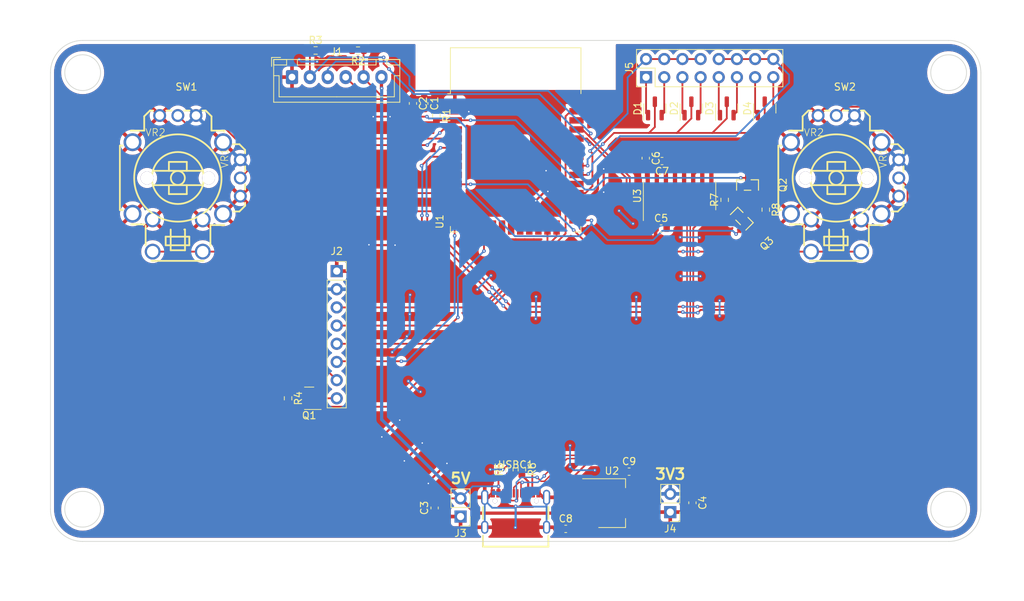
<source format=kicad_pcb>
(kicad_pcb (version 20211014) (generator pcbnew)
  (layers (0 "F.Cu" signal) (31 "B.Cu" signal) (34 "B.Paste" user) (35 "F.Paste" user) (36 "B.SilkS" user "B.Silkscreen") (37 "F.SilkS" user "F.Silkscreen") (38 "B.Mask" user) (39 "F.Mask" user) (44 "Edge.Cuts" user))
  (net 0 "")
  (net 1 "GND")
  (net 2 "+3V3")
  (net 3 "+5V")
  (net 4 "BUTTON_1")
  (net 5 "BUTTON_2")
  (net 6 "BUTTON_OUT")
  (net 7 "BUTTON_3")
  (net 8 "BUTTON_4")
  (net 9 "BUTTON_5")
  (net 10 "BUTTON_6")
  (net 11 "BUTTON_7")
  (net 12 "BUTTON_8")
  (net 13 "BUTTON_IN_1")
  (net 14 "BUTTON_IN_2")
  (net 15 "TFT_LED")
  (net 16 "Net-(J2-Pad8)")
  (net 17 "EN")
  (net 18 "IO0")
  (net 19 "ESP_RX")
  (net 20 "ANALOG_LEFT_X")
  (net 21 "ANALOG_LEFT_Y")
  (net 22 "ANALOG_LEFT_BUTTON")
  (net 23 "ANALOG_RIGHT_X")
  (net 24 "ANALOG_RIGHT_Y")
  (net 25 "ANALOG_RIGHT_BUTTON")
  (net 29 "CS")
  (net 30 "TFT_DC")
  (net 31 "TFT_MOSI")
  (net 38 "TFT_SCLK")
  (net 39 "TFT_RESET")
  (net 45 "ESP_TX")
  (net 47 "Net-(R5-Pad1)")
  (net 48 "Net-(R6-Pad2)")
  (net 49 "Net-(C5-Pad2)")
  (net 50 "USB_DP")
  (net 51 "USB_DN")
  (net 59 "Net-(Q2-Pad1)")
  (net 60 "RTS")
  (net 61 "Net-(Q3-Pad1)")
  (net 62 "DTR")
  (footprint "Capacitor_SMD:C_0603_1608Metric" (layer "F.Cu") (at 15.85 20.25)
    (fp_text reference "C9")
    (fp_text value "100n")
  )
  (footprint "analog_stick:SW-TH_RKJXV122400D" (layer "F.Cu") (at 46 -20)
    (fp_text reference "SW2")
    (fp_text value "ANALOG_RIGHT")
  )
  (footprint "Capacitor_SMD:C_0603_1608Metric" (layer "F.Cu") (at -12.775 -31.2 -90)
    (fp_text reference "C1")
    (fp_text value "10u")
  )
  (footprint "Capacitor_SMD:C_0603_1608Metric" (layer "F.Cu") (at -11.325 25.325 90)
    (fp_text reference "C3")
    (fp_text value "10u")
  )
  (footprint "Package_TO_SOT_SMD:SOT-223-3_TabPin2" (layer "F.Cu") (at 13.45 24.65)
    (fp_text reference "U2")
    (fp_text value "AMS1117-3.3")
  )
  (footprint "Resistor_SMD:R_0603_1608Metric" (layer "F.Cu") (at 0.875 19.925 -90)
    (fp_text reference "R6")
    (fp_text value "5k1")
  )
  (footprint "Connector_JST:JST_XH_B6B-XH-A_1x06_P2.50mm_Vertical" (layer "F.Cu") (at -31.25 -34.875)
    (fp_text reference "J1")
    (fp_text value "Flash")
  )
  (footprint "Resistor_SMD:R_0603_1608Metric" (layer "F.Cu") (at -11.075 -29.525 -90)
    (fp_text reference "R1")
    (fp_text value "10k")
  )
  (footprint "Resistor_SMD:R_0603_1608Metric" (layer "F.Cu") (at -22.025 -38.575 180)
    (fp_text reference "R2")
    (fp_text value "10k")
  )
  (footprint "Connector_PinSocket_2.54mm:PinSocket_1x08_P2.54mm_Vertical" (layer "F.Cu") (at -25 -7.775)
    (fp_text reference "J2")
    (fp_text value "TFT")
  )
  (footprint "RF_Module:ESP32-WROOM-32" (layer "F.Cu") (at 0 -23.114)
    (fp_text reference "U1")
    (fp_text value "ESP32-WROOM-32E-8MB")
  )
  (footprint "Package_TO_SOT_SMD:SOT-23" (layer "F.Cu") (at 24.55 -30.5 90)
    (fp_text reference "D2")
    (fp_text value "BAV99")
  )
  (footprint "Package_SO:SOIC-16_3.9x9.9mm_P1.27mm" (layer "F.Cu") (at 22.9 -18.275 90)
    (fp_text reference "U3")
    (fp_text value "CH343G")
  )
  (footprint "Connector_PinHeader_2.54mm:PinHeader_1x02_P2.54mm_Vertical" (layer "F.Cu") (at 21.6 25.9 180)
    (fp_text reference "J4")
    (fp_text value "3.3VIN")
  )
  (footprint "Capacitor_SMD:C_0603_1608Metric" (layer "F.Cu") (at 24.7 24.6 -90)
    (fp_text reference "C4")
    (fp_text value "10u")
  )
  (footprint "Capacitor_SMD:C_0603_1608Metric" (layer "F.Cu") (at 7 28.25)
    (fp_text reference "C8")
    (fp_text value "100n")
  )
  (footprint "usb_c_bobby:USB-C-SMD_MC-311D" (layer "F.Cu") (at 0 25.65)
    (fp_text reference "USBC1")
    (fp_text value "MC-311D")
  )
  (footprint "Package_TO_SOT_SMD:SOT-23" (layer "F.Cu") (at 34.8 -30.5 90)
    (fp_text reference "D4")
    (fp_text value "BAV99")
  )
  (footprint "Capacitor_SMD:C_0603_1608Metric" (layer "F.Cu") (at 18.175 -23.55 -90)
    (fp_text reference "C6")
    (fp_text value "100n")
  )
  (footprint "Connector_PinHeader_2.54mm:PinHeader_2x08_P2.54mm_Vertical" (layer "F.Cu") (at 18.22 -34.859999 90)
    (fp_text reference "J5")
    (fp_text value "Conn_02x08_Odd_Even")
  )
  (footprint "SS8050:SOT-23-3_L2.9-W1.3-P1.90-LS2.4-BR" (layer "F.Cu") (at 31.597613 -15.097613 -135)
    (fp_text reference "Q3")
    (fp_text value "SS8050_C2150")
  )
  (footprint "Resistor_SMD:R_0603_1608Metric" (layer "F.Cu") (at -31.8 10 -90)
    (fp_text reference "R4")
    (fp_text value "10k")
  )
  (footprint "Resistor_SMD:R_0603_1608Metric" (layer "F.Cu") (at 29.2 -17.724999 90)
    (fp_text reference "R7")
    (fp_text value "12k")
  )
  (footprint "Package_TO_SOT_SMD:SOT-23" (layer "F.Cu") (at -28.85 10 180)
    (fp_text reference "Q1")
    (fp_text value "2N7002")
  )
  (footprint "Connector_PinHeader_2.54mm:PinHeader_1x02_P2.54mm_Vertical" (layer "F.Cu") (at -7.7 26.524999 180)
    (fp_text reference "J3")
    (fp_text value "5VIN")
  )
  (footprint "SS8050:SOT-23-3_L2.9-W1.3-P1.90-LS2.4-BR" (layer "F.Cu") (at 32.4 -19.8 -90)
    (fp_text reference "Q2")
    (fp_text value "SS8050_C2150")
  )
  (footprint "Resistor_SMD:R_0603_1608Metric" (layer "F.Cu") (at 34.95 -16.35 -90)
    (fp_text reference "R8")
    (fp_text value "12k")
  )
  (footprint "Resistor_SMD:R_0603_1608Metric" (layer "F.Cu") (at -27.95 -38.6)
    (fp_text reference "R3")
    (fp_text value "10k")
  )
  (footprint "Resistor_SMD:R_0603_1608Metric" (layer "F.Cu") (at -0.875 19.925 90)
    (fp_text reference "R5")
    (fp_text value "5k1")
  )
  (footprint "analog_stick:SW-TH_RKJXV122400D" (layer "F.Cu") (at -46 -20)
    (fp_text reference "SW1")
    (fp_text value "ANALOG_LEFT")
  )
  (footprint "Package_TO_SOT_SMD:SOT-23" (layer "F.Cu") (at 19.45 -30.5 90)
    (fp_text reference "D1")
    (fp_text value "BAV99")
  )
  (footprint "Capacitor_SMD:C_0603_1608Metric" (layer "F.Cu") (at -14.35 -31.2 -90)
    (fp_text reference "C2")
    (fp_text value "100n")
  )
  (footprint "Capacitor_SMD:C_0603_1608Metric" (layer "F.Cu") (at 20.325 -13.725)
    (fp_text reference "C5")
    (fp_text value "100n")
  )
  (footprint "Package_TO_SOT_SMD:SOT-23" (layer "F.Cu") (at 29.5 -30.5 90)
    (fp_text reference "D3")
    (fp_text value "BAV99")
  )
  (footprint "Capacitor_SMD:C_0603_1608Metric" (layer "F.Cu") (at 20.45 -23.15 180)
    (fp_text reference "C7")
    (fp_text value "1u")
  )
  (gr_line (start -65 25.5) (end -65 -35.5) (layer "Edge.Cuts") (width 0.1))
  (gr_line (start -60.5 -40) (end 60.5 -40) (layer "Edge.Cuts") (width 0.1))
  (gr_circle (center -60.500002 -35.500002) (end -58 -35.5) (layer "Edge.Cuts") (width 0.1) (fill none))
  (gr_circle (center 60.4986 -35.4986) (end 62.9986 -35.4986) (layer "Edge.Cuts") (width 0.1) (fill none))
  (gr_arc (start -60.5 30) (mid -63.681981 28.681981) (end -65 25.5) (layer "Edge.Cuts") (width 0.1))
  (gr_arc (start 65 25.5) (mid 63.681981 28.681981) (end 60.5 30) (layer "Edge.Cuts") (width 0.1))
  (gr_line (start 65 25.5) (end 64.999722 -35.450003) (layer "Edge.Cuts") (width 0.1))
  (gr_line (start 60.5 30) (end -60.5 30) (layer "Edge.Cuts") (width 0.1))
  (gr_circle (center 60.5 25.5) (end 63 25.5) (layer "Edge.Cuts") (width 0.1) (fill none))
  (gr_arc (start -65 -35.5) (mid -63.681981 -38.681981) (end -60.5 -40) (layer "Edge.Cuts") (width 0.1))
  (gr_arc (start 60.5 -40) (mid 63.699182 -38.663833) (end 64.999722 -35.450003) (layer "Edge.Cuts") (width 0.1))
  (gr_circle (center -60.5 25.5) (end -58 25.5) (layer "Edge.Cuts") (width 0.1) (fill none))
  (gr_text "3V3" (at 21.6 20.6) (layer "F.SilkS") (effects (font (size 1.5 1.5) (thickness 0.3))))
  (gr_text "5V" (at -7.7 21.2) (layer "F.SilkS") (effects (font (size 1.5 1.5) (thickness 0.3))))
  (segment (start -1.8 19.95) (end -1.725 19.95) (width 0.25) (layer "F.Cu") (net 1))
  (segment (start -0.875 19.1) (end 0.875 19.1) (width 0.25) (layer "F.Cu") (net 1))
  (segment (start 4 23.855) (end 3.35 23.205) (width 0.25) (layer "F.Cu") (net 1))
  (segment (start 4.32 23.855) (end 4 23.855) (width 0.25) (layer "F.Cu") (net 1))
  (segment (start -0.045 28.045) (end 4.32 28.045) (width 0.25) (layer "F.Cu") (net 1))
  (segment (start -4.32 28.045) (end -0.045 28.045) (width 0.25) (layer "F.Cu") (net 1))
  (segment (start -1.725 19.95) (end -0.875 19.1) (width 0.25) (layer "F.Cu") (net 1))
  (segment (start -4 23.855) (end -3.35 23.205) (width 0.25) (layer "F.Cu") (net 1))
  (segment (start -4.32 23.855) (end -4 23.855) (width 0.25) (layer "F.Cu") (net 1))
  (segment (start 24.7 25.375) (end 24.175 25.9) (width 0.25) (layer "F.Cu") (net 1))
  (segment (start 24.175 25.9) (end 21.6 25.9) (width 0.25) (layer "F.Cu") (net 1))
  (via (at 7.6 16.6) (size 0.5) (drill 0.2) (layers "F.Cu" "B.Cu") (net 1))
  (via (at 7.6 19.55) (size 0.5) (drill 0.2) (layers "F.Cu" "B.Cu") (net 1))
  (via (at 16.4 -14.4) (size 0.5) (drill 0.2) (layers "F.Cu" "B.Cu") (net 1))
  (via (at -13.3 9.1) (size 0.5) (drill 0.2) (layers "F.Cu" "B.Cu") (net 1))
  (via (at -14.8 -1.75) (size 0.5) (drill 0.2) (layers "F.Cu" "B.Cu") (net 1))
  (via (at -0.045 28.045) (size 0.5) (drill 0.2) (layers "F.Cu" "B.Cu") (net 1))
  (via (at 28.5 -3.65) (size 0.5) (drill 0.2) (layers "F.Cu" "B.Cu") (net 1))
  (via (at 14.45 -16.2) (size 0.5) (drill 0.2) (layers "F.Cu" "B.Cu") (net 1))
  (via (at -14.75 -4.45) (size 0.5) (drill 0.2) (layers "F.Cu" "B.Cu") (net 1))
  (via (at -30.25 -37.35) (size 0.5) (drill 0.2) (layers "F.Cu" "B.Cu") (net 1))
  (via (at 28.5 -1.5) (size 0.5) (drill 0.2) (layers "F.Cu" "B.Cu") (net 1))
  (via (at -15.2 1.35) (size 0.5) (drill 0.2) (layers "F.Cu" "B.Cu") (net 1))
  (via (at -3.45 -7.15) (size 0.5) (drill 0.2) (layers "F.Cu" "B.Cu") (net 1))
  (via (at 25.7 -12.45) (size 0.5) (drill 0.2) (layers "F.Cu" "B.Cu") (net 1))
  (via (at -1.8 19.95) (size 0.5) (drill 0.2) (layers "F.Cu" "B.Cu") (net 1))
  (via (at -27.75 -37.05) (size 0.5) (drill 0.2) (layers "F.Cu" "B.Cu") (net 1))
  (via (at -3.55 19.95) (size 0.5) (drill 0.2) (layers "F.Cu" "B.Cu") (net 1))
  (via (at 0 25.1) (size 0.5) (drill 0.2) (layers "F.Cu" "B.Cu") (net 1))
  (via (at 23 -12.5) (size 0.5) (drill 0.2) (layers "F.Cu" "B.Cu") (net 1))
  (via (at 16.85 -1.05) (size 0.5) (drill 0.2) (layers "F.Cu" "B.Cu") (net 1))
  (via (at -5.35 -5.2) (size 0.5) (drill 0.2) (layers "F.Cu" "B.Cu") (net 1))
  (via (at -17.25 3.55) (size 0.5) (drill 0.2) (layers "F.Cu" "B.Cu") (net 1))
  (via (at 16.85 -4.15) (size 0.5) (drill 0.2) (layers "F.Cu" "B.Cu") (net 1))
  (via (at 25.8 -7.05) (size 0.5) (drill 0.2) (layers "F.Cu" "B.Cu") (net 1))
  (via (at 2.85 -4.2) (size 0.5) (drill 0.2) (layers "F.Cu" "B.Cu") (net 1))
  (via (at 11.05 20.05) (size 0.5) (drill 0.2) (layers "F.Cu" "B.Cu") (net 1))
  (via (at 23.05 -7.05) (size 0.5) (drill 0.2) (layers "F.Cu" "B.Cu") (net 1))
  (via (at -15 7.6) (size 0.5) (drill 0.2) (layers "F.Cu" "B.Cu") (net 1))
  (via (at 2.8 -1.1) (size 0.5) (drill 0.2) (layers "F.Cu" "B.Cu") (net 1))
  (segment (start 2.85 -4.2) (end 2.85 -1.15) (width 0.3) (layer "B.Cu") (net 1))
  (segment (start -0.2 25.3) (end 0 25.1) (width 0.25) (layer "B.Cu") (net 1))
  (segment (start -5.35 -5.25) (end -5.35 -5.2) (width 0.25) (layer "B.Cu") (net 1))
  (segment (start 16.4 -14.4) (end 16.25 -14.4) (width 0.3) (layer "B.Cu") (net 1))
  (segment (start 4.32 24.97) (end 4.32 23.855) (width 0.25) (layer "B.Cu") (net 1))
  (segment (start 25.65 -12.5) (end 25.7 -12.45) (width 0.25) (layer "B.Cu") (net 1))
  (segment (start 11.05 20.05) (end 8.1 20.05) (width 0.25) (layer "B.Cu") (net 1))
  (segment (start 16.85 -4.15) (end 16.85 -1.05) (width 0.3) (layer "B.Cu") (net 1))
  (segment (start 23 -12.5) (end 25.65 -12.5) (width 0.25) (layer "B.Cu") (net 1))
  (segment (start -3.45 -7.15) (end -5.35 -5.25) (width 0.25) (layer "B.Cu") (net 1))
  (segment (start 16.25 -14.4) (end 14.45 -16.2) (width 0.3) (layer "B.Cu") (net 1))
  (segment (start -1.8 19.95) (end -3.55 19.95) (width 0.25) (layer "B.Cu") (net 1))
  (segment (start -14.8 -4.4) (end -14.75 -4.45) (width 0.3) (layer "B.Cu") (net 1))
  (segment (start -13.3 9.1) (end -13.5 9.1) (width 0.3) (layer "B.Cu") (net 1))
  (segment (start 2.85 -1.15) (end 2.8 -1.1) (width 0.3) (layer "B.Cu") (net 1))
  (segment (start 7.6 19.55) (end 7.6 16.6) (width 0.25) (layer "B.Cu") (net 1))
  (segment (start -4.32 23.855) (end -4.32 28.045) (width 0.25) (layer "B.Cu") (net 1))
  (segment (start -4.32 24.255) (end -3.275 25.3) (width 0.25) (layer "B.Cu") (net 1))
  (segment (start -14.8 -1.75) (end -14.8 -4.4) (width 0.3) (layer "B.Cu") (net 1))
  (segment (start 4.32 28.045) (end 4.32 23.855) (width 0.25) (layer "B.Cu") (net 1))
  (segment (start 8.1 20.05) (end 7.6 19.55) (width 0.25) (layer "B.Cu") (net 1))
  (segment (start -15.2 1.5) (end -17.25 3.55) (width 0.3) (layer "B.Cu") (net 1))
  (segment (start 0 25.1) (end 0 28) (width 0.3) (layer "B.Cu") (net 1))
  (segment (start -29.95 -37.05) (end -30.25 -37.35) (width 0.3) (layer "B.Cu") (net 1))
  (segment (start 4.150479 25.139521) (end 4.32 24.97) (width 0.25) (layer "B.Cu") (net 1))
  (segment (start -14.8 0.95) (end -15.2 1.35) (width 0.3) (layer "B.Cu") (net 1))
  (segment (start 28.5 -3.65) (end 28.5 -1.5) (width 0.25) (layer "B.Cu") (net 1))
  (segment (start -13.5 9.1) (end -15 7.6) (width 0.3) (layer "B.Cu") (net 1))
  (segment (start 0 28) (end -0.045 28.045) (width 0.3) (layer "B.Cu") (net 1))
  (segment (start -3.275 25.3) (end -0.2 25.3) (width 0.25) (layer "B.Cu") (net 1))
  (segment (start -4.32 23.855) (end -4.32 24.255) (width 0.25) (layer "B.Cu") (net 1))
  (segment (start 23.05 -7.05) (end 25.8 -7.05) (width 0.25) (layer "B.Cu") (net 1))
  (segment (start -27.75 -37.05) (end -29.95 -37.05) (width 0.3) (layer "B.Cu") (net 1))
  (segment (start -15.2 1.35) (end -15.2 1.5) (width 0.3) (layer "B.Cu") (net 1))
  (segment (start -14.8 -1.75) (end -14.8 0.95) (width 0.3) (layer "B.Cu") (net 1))
  (segment (start 0.039521 25.139521) (end 4.150479 25.139521) (width 0.25) (layer "B.Cu") (net 1))
  (segment (start 0 25.1) (end 0.039521 25.139521) (width 0.25) (layer "B.Cu") (net 1))
  (segment (start 21.6 23.36) (end 17.89 23.36) (width 0.45) (layer "F.Cu") (net 2))
  (segment (start -16.85 -11.4) (end -20.45 -11.4) (width 0.3) (layer "F.Cu") (net 2))
  (segment (start 4.5 -18.9) (end 4.1 -18.9) (width 0.3) (layer "F.Cu") (net 2))
  (segment (start 19.675 -23.15) (end 19.675 -20.8) (width 0.25) (layer "F.Cu") (net 2))
  (segment (start -27.075 -38.55) (end -27.125 -38.6) (width 0.25) (layer "F.Cu") (net 2))
  (segment (start -16.35 13.05) (end -16.2 13.05) (width 0.3) (layer "F.Cu") (net 2))
  (segment (start -13.1 16.25) (end -13.05 16.25) (width 0.3) (layer "F.Cu") (net 2))
  (segment (start 4.5 -18.9) (end 4.5 -21.55) (width 0.3) (layer "F.Cu") (net 2))
  (segment (start 16.6 20.275) (end 16.6 24.65) (width 0.25) (layer "F.Cu") (net 2))
  (segment (start -12.7 -30.35) (end -12.775 -30.425) (width 0.25) (layer "F.Cu") (net 2))
  (segment (start 12.3 -18.8) (end 12.3 -22.05) (width 0.3) (layer "F.Cu") (net 2))
  (segment (start -15.55 18.75) (end -13.1 16.25) (width 0.3) (layer "F.Cu") (net 2))
  (segment (start -20.45 -11.4) (end -20.5 -11.45) (width 0.3) (layer "F.Cu") (net 2))
  (segment (start -25.05 -38.55) (end -27.075 -38.55) (width 0.25) (layer "F.Cu") (net 2))
  (segment (start 17.89 23.36) (end 16.6 24.65) (width 0.45) (layer "F.Cu") (net 2))
  (segment (start -11.075 -30.35) (end -10.824 -30.099) (width 0.25) (layer "F.Cu") (net 2))
  (segment (start 19.675 -23.825) (end 20.05 -24.2) (width 0.25) (layer "F.Cu") (net 2))
  (segment (start 10.3 24.65) (end 16.6 24.65) (width 0.45) (layer "F.Cu") (net 2))
  (segment (start -8.451 -30.05) (end -8.5 -30.099) (width 0.25) (layer "F.Cu") (net 2))
  (segment (start -10.824 -30.099) (end -8.5 -30.099) (width 0.25) (layer "F.Cu") (net 2))
  (segment (start 19.675 -20.8) (end 19.725 -20.75) (width 0.25) (layer "F.Cu") (net 2))
  (segment (start 24.7 23.825) (end 24.235 23.36) (width 0.25) (layer "F.Cu") (net 2))
  (segment (start 19.675 -23.15) (end 19.675 -23.825) (width 0.25) (layer "F.Cu") (net 2))
  (segment (start -25.025 -38.575) (end -25.05 -38.55) (width 0.25) (layer "F.Cu") (net 2))
  (segment (start -14.35 -30.425) (end -12.775 -30.425) (width 0.25) (layer "F.Cu") (net 2))
  (segment (start -18.7 15.4) (end -16.35 13.05) (width 0.3) (layer "F.Cu") (net 2))
  (segment (start 4.5 -21.55) (end 4.25 -21.8) (width 0.3) (layer "F.Cu") (net 2))
  (segment (start -17.55 -29.35) (end -19.9 -29.35) (width 0.25) (layer "F.Cu") (net 2))
  (segment (start 4.1 -18.9) (end 2.8 -17.6) (width 0.3) (layer "F.Cu") (net 2))
  (segment (start -11.075 -30.35) (end -12.7 -30.35) (width 0.25) (layer "F.Cu") (net 2))
  (segment (start -6.55 -30.05) (end -8.451 -30.05) (width 0.25) (layer "F.Cu") (net 2))
  (segment (start -22.85 -38.575) (end -25.025 -38.575) (width 0.25) (layer "F.Cu") (net 2))
  (segment (start 16.625 20.25) (end 16.6 20.275) (width 0.25) (layer "F.Cu") (net 2))
  (segment (start -12.2 21.9) (end -12.2 21.7) (width 0.3) (layer "F.Cu") (net 2))
  (segment (start -12.2 21.7) (end -9.6 19.1) (width 0.3) (layer "F.Cu") (net 2))
  (segment (start 24.235 23.36) (end 21.6 23.36) (width 0.25) (layer "F.Cu") (net 2))
  (via (at -9.6 19.1) (size 0.5) (drill 0.2) (layers "F.Cu" "B.Cu") (net 2))
  (via (at -16.2 13.05) (size 0.5) (drill 0.2) (layers "F.Cu" "B.Cu") (net 2))
  (via (at -20.5 -11.45) (size 0.5) (drill 0.2) (layers "F.Cu" "B.Cu") (net 2))
  (via (at 12.3 -18.8) (size 0.5) (drill 0.2) (layers "F.Cu" "B.Cu") (net 2))
  (via (at -15.55 18.75) (size 0.5) (drill 0.2) (layers "F.Cu" "B.Cu") (net 2))
  (via (at -19.9 -29.35) (size 0.5) (drill 0.2) (layers "F.Cu" "B.Cu") (net 2))
  (via (at 12.3 -22.05) (size 0.5) (drill 0.2) (layers "F.Cu" "B.Cu") (net 2))
  (via (at -16.85 -11.4) (size 0.5) (drill 0.2) (layers "F.Cu" "B.Cu") (net 2))
  (via (at -17.55 -29.35) (size 0.5) (drill 0.2) (layers "F.Cu" "B.Cu") (net 2))
  (via (at -6.55 -30.05) (size 0.5) (drill 0.2) (layers "F.Cu" "B.Cu") (net 2))
  (via (at -25.05 -38.55) (size 0.5) (drill 0.2) (layers "F.Cu" "B.Cu") (net 2))
  (via (at 4.5 -18.9) (size 0.5) (drill 0.2) (layers "F.Cu" "B.Cu") (net 2))
  (via (at -13.05 16.25) (size 0.5) (drill 0.2) (layers "F.Cu" "B.Cu") (net 2))
  (via (at 20.05 -24.2) (size 0.5) (drill 0.2) (layers "F.Cu" "B.Cu") (net 2))
  (via (at 2.8 -17.6) (size 0.5) (drill 0.2) (layers "F.Cu" "B.Cu") (net 2))
  (via (at -12.2 21.9) (size 0.5) (drill 0.2) (layers "F.Cu" "B.Cu") (net 2))
  (via (at -18.7 15.4) (size 0.5) (drill 0.2) (layers "F.Cu" "B.Cu") (net 2))
  (via (at 4.25 -21.8) (size 0.5) (drill 0.2) (layers "F.Cu" "B.Cu") (net 2))
  (segment (start 10.000978 26.95) (end 10.3 26.95) (width 0.45) (layer "F.Cu") (net 3))
  (segment (start 18.969043 18.849519) (end 10.20048 18.84952) (width 0.25) (layer "F.Cu") (net 3))
  (segment (start 23.35 -19.25) (end 26.075 -16.525) (width 0.25) (layer "F.Cu") (net 3))
  (segment (start 18.455 -19.595) (end 18.8 -19.25) (width 0.25) (layer "F.Cu") (net 3))
  (segment (start 2.55 23.215) (end 2.325489 22.990489) (width 0.25) (layer "F.Cu") (net 3))
  (segment (start 1.291783 18.3) (end -1.291783 18.3) (width 0.25) (layer "F.Cu") (net 3))
  (segment (start 18.455 -20.75) (end 18.455 -19.595) (width 0.25) (layer "F.Cu") (net 3))
  (segment (start 18.175 -22.775) (end 18.175 -21.03) (width 0.25) (layer "F.Cu") (net 3))
  (segment (start 10.3 26.95) (end 10.05 26.95) (width 0.45) (layer "F.Cu") (net 3))
  (segment (start 26.075 -15.8) (end 26.075 -15.005479) (width 0.25) (layer "F.Cu") (net 3))
  (segment (start -5.634999 26.05) (end -7.7 23.984999) (width 0.45) (layer "F.Cu") (net 3))
  (segment (start 24.81952 12.999042) (end 18.969043 18.849519) (width 0.25) (layer "F.Cu") (net 3))
  (segment (start 18.8 -19.25) (end 23.35 -19.25) (width 0.25) (layer "F.Cu") (net 3))
  (segment (start 2.325489 19.333706) (end 1.291783 18.3) (width 0.25) (layer "F.Cu") (net 3))
  (segment (start 10.05 26.95) (end 9.15 26.05) (width 0.45) (layer "F.Cu") (net 3))
  (segment (start 7.775 28.25) (end 7.775 26.225) (width 0.25) (layer "F.Cu") (net 3))
  (segment (start 9.15 26.05) (end 7.6 26.05) (width 0.45) (layer "F.Cu") (net 3))
  (segment (start 26.075 -15.005479) (end 24.819521 -13.75) (width 0.25) (layer "F.Cu") (net 3))
  (segment (start 7.6 26.05) (end -5.634999 26.05) (width 0.45) (layer "F.Cu") (net 3))
  (segment (start 26.075 -16.525) (end 26.075 -15.8) (width 0.25) (layer "F.Cu") (net 3))
  (segment (start -18.75 -33.325) (end -18.725 -33.3) (width 0.25) (layer "F.Cu") (net 3))
  (segment (start -10.759999 23.984999) (end -7.7 23.984999) (width 0.25) (layer "F.Cu") (net 3))
  (segment (start -18.75 -34.875) (end -18.75 -33.325) (width 0.45) (layer "F.Cu") (net 3))
  (segment (start -2.4 23.055) (end -2.25 23.205) (width 0.3) (layer "F.Cu") (net 3))
  (segment (start -11.325 24.55) (end -10.759999 23.984999) (width 0.25) (layer "F.Cu") (net 3))
  (segment (start 10.20048 18.84952) (end 7.6 21.45) (width 0.25) (layer "F.Cu") (net 3))
  (segment (start 2.4 23.065) (end 2.25 23.215) (width 0.3) (layer "F.Cu") (net 3))
  (segment (start -2.4 19.408217) (end -2.4 22.3) (width 0.25) (layer "F.Cu") (net 3))
  (segment (start 18.175 -21.03) (end 18.455 -20.75) (width 0.25) (layer "F.Cu") (net 3))
  (segment (start 7.6 21.45) (end 7.6 26.05) (width 0.25) (layer "F.Cu") (net 3))
  (segment (start -2.4 22.3) (end -2.4 23.055) (width 0.3) (layer "F.Cu") (net 3))
  (segment (start 7.775 26.225) (end 7.6 26.05) (width 0.25) (layer "F.Cu") (net 3))
  (segment (start 24.819521 -13.75) (end 24.81952 12.999042) (width 0.25) (layer "F.Cu") (net 3))
  (segment (start 2.325489 22.990489) (end 2.325489 19.333706) (width 0.25) (layer "F.Cu") (net 3))
  (segment (start -1.291783 18.3) (end -2.4 19.408217) (width 0.25) (layer "F.Cu") (net 3))
  (via (at -2.4 22.3) (size 0.5) (drill 0.2) (layers "F.Cu" "B.Cu") (net 3))
  (via (at -18.725 -33.3) (size 0.5) (drill 0.2) (layers "F.Cu" "B.Cu") (net 3))
  (segment (start -18.725 -33.3) (end -18.725 12.959999) (width 0.45) (layer "B.Cu") (net 3))
  (segment (start -7.7 23.984999) (end -6.015001 22.3) (width 0.25) (layer "B.Cu") (net 3))
  (segment (start -6.015001 22.3) (end -2.4 22.3) (width 0.25) (layer "B.Cu") (net 3))
  (segment (start -18.725 12.959999) (end -7.7 23.984999) (width 0.45) (layer "B.Cu") (net 3))
  (segment (start 18.22 -29.8425) (end 18.22 -34.859999) (width 0.25) (layer "F.Cu") (net 4))
  (segment (start 18.5 -29.5625) (end 18.22 -29.8425) (width 0.25) (layer "F.Cu") (net 4))
  (segment (start 20.76 -29.9225) (end 20.76 -34.859999) (width 0.25) (layer "F.Cu") (net 5))
  (segment (start 20.4 -29.5625) (end 20.76 -29.9225) (width 0.25) (layer "F.Cu") (net 5))
  (segment (start 12.181477 -25.519011) (end 13.737466 -27.075) (width 0.25) (layer "F.Cu") (net 6))
  (segment (start 8.521 -22.5) (end 8.5 -22.479) (width 0.25) (layer "F.Cu") (net 6))
  (segment (start 19.45 -27.9) (end 18.625 -27.075) (width 0.25) (layer "F.Cu") (net 6))
  (segment (start 29.5 -29.103928) (end 29.5 -31.4375) (width 0.25) (layer "F.Cu") (net 6))
  (segment (start 34.8 -29.103928) (end 34.8 -31.4375) (width 0.25) (layer "F.Cu") (net 6))
  (segment (start 13.737466 -27.075) (end 18.625 -27.075) (width 0.25) (layer "F.Cu") (net 6))
  (segment (start 18.625 -27.075) (end 22.521072 -27.075) (width 0.25) (layer "F.Cu") (net 6))
  (segment (start 10.05 -22.5) (end 8.521 -22.5) (width 0.25) (layer "F.Cu") (net 6))
  (segment (start 19.45 -31.4375) (end 19.45 -27.9) (width 0.25) (layer "F.Cu") (net 6))
  (segment (start 27.471072 -27.075) (end 29.5 -29.103928) (width 0.25) (layer "F.Cu") (net 6))
  (segment (start 27.471072 -27.075) (end 32.771072 -27.075) (width 0.25) (layer "F.Cu") (net 6))
  (segment (start 32.771072 -27.075) (end 34.8 -29.103928) (width 0.25) (layer "F.Cu") (net 6))
  (segment (start 22.521072 -27.075) (end 27.471072 -27.075) (width 0.25) (layer "F.Cu") (net 6))
  (segment (start 24.55 -29.103928) (end 24.55 -31.4375) (width 0.25) (layer "F.Cu") (net 6))
  (segment (start 22.521072 -27.075) (end 24.55 -29.103928) (width 0.25) (layer "F.Cu") (net 6))
  (via (at 10.05 -22.5) (size 0.5) (drill 0.2) (layers "F.Cu" "B.Cu") (net 6))
  (via (at 12.181477 -25.519011) (size 0.5) (drill 0.2) (layers "F.Cu" "B.Cu") (net 6))
  (segment (start 12.181477 -25.519011) (end 10.05 -23.387534) (width 0.25) (layer "B.Cu") (net 6))
  (segment (start 10.05 -23.387534) (end 10.05 -22.5) (width 0.25) (layer "B.Cu") (net 6))
  (segment (start 23.6 -29.5625) (end 23.3 -29.8625) (width 0.25) (layer "F.Cu") (net 7))
  (segment (start 23.3 -29.8625) (end 23.3 -34.859999) (width 0.25) (layer "F.Cu") (net 7))
  (segment (start 25.5 -29.5625) (end 25.84 -29.9025) (width 0.25) (layer "F.Cu") (net 8))
  (segment (start 25.84 -29.9025) (end 25.84 -34.859999) (width 0.25) (layer "F.Cu") (net 8))
  (segment (start 28.55 -29.5625) (end 28.38 -29.7325) (width 0.25) (layer "F.Cu") (net 9))
  (segment (start 28.38 -29.7325) (end 28.38 -34.859999) (width 0.25) (layer "F.Cu") (net 9))
  (segment (start 30.92 -30.0325) (end 30.92 -34.859999) (width 0.25) (layer "F.Cu") (net 10))
  (segment (start 30.45 -29.5625) (end 30.92 -30.0325) (width 0.25) (layer "F.Cu") (net 10))
  (segment (start 33.85 -29.5625) (end 33.46 -29.9525) (width 0.25) (layer "F.Cu") (net 11))
  (segment (start 33.46 -29.9525) (end 33.46 -34.859999) (width 0.25) (layer "F.Cu") (net 11))
  (segment (start 36 -29.8125) (end 36 -34.859999) (width 0.25) (layer "F.Cu") (net 12))
  (segment (start 35.75 -29.5625) (end 36 -29.8125) (width 0.25) (layer "F.Cu") (net 12))
  (segment (start 10.724511 -19.643511) (end 10.724511 -24.225489) (width 0.25) (layer "F.Cu") (net 13))
  (segment (start 25.84 -37.399999) (end 18.22 -37.399999) (width 0.25) (layer "F.Cu") (net 13))
  (segment (start 8.5 -18.669) (end 9.75 -18.669) (width 0.25) (layer "F.Cu") (net 13))
  (segment (start 9.75 -18.669) (end 10.724511 -19.643511) (width 0.25) (layer "F.Cu") (net 13))
  (segment (start 10.724511 -24.225489) (end 10.4 -24.55) (width 0.25) (layer "F.Cu") (net 13))
  (via (at 10.4 -24.55) (size 0.5) (drill 0.2) (layers "F.Cu" "B.Cu") (net 13))
  (segment (start 15.65 -34.829999) (end 18.22 -37.399999) (width 0.25) (layer "B.Cu") (net 13))
  (segment (start 15.65 -29.8) (end 15.65 -34.829999) (width 0.25) (layer "B.Cu") (net 13))
  (segment (start 10.4 -24.55) (end 15.65 -29.8) (width 0.25) (layer "B.Cu") (net 13))
  (segment (start 10.150011 -21.35) (end 10.009011 -21.209) (width 0.25) (layer "F.Cu") (net 14))
  (segment (start 28.38 -37.399999) (end 36 -37.399999) (width 0.25) (layer "F.Cu") (net 14))
  (segment (start 10.009011 -21.209) (end 8.5 -21.209) (width 0.25) (layer "F.Cu") (net 14))
  (via (at 10.150011 -21.35) (size 0.5) (drill 0.2) (layers "F.Cu" "B.Cu") (net 14))
  (segment (start 38.2 -35.199999) (end 36 -37.399999) (width 0.25) (layer "B.Cu") (net 14))
  (segment (start 10.7 -22.75) (end 14.574511 -26.624511) (width 0.25) (layer "B.Cu") (net 14))
  (segment (start 14.574511 -26.624511) (end 30.774511 -26.624511) (width 0.25) (layer "B.Cu") (net 14))
  (segment (start 38.2 -34.05) (end 38.2 -35.199999) (width 0.25) (layer "B.Cu") (net 14))
  (segment (start 30.774511 -26.624511) (end 38.2 -34.05) (width 0.25) (layer "B.Cu") (net 14))
  (segment (start 10.7 -21.899989) (end 10.7 -22.75) (width 0.25) (layer "B.Cu") (net 14))
  (segment (start 10.150011 -21.35) (end 10.7 -21.899989) (width 0.25) (layer "B.Cu") (net 14))
  (segment (start -31.8 10.825) (end -28.0375 10.825) (width 0.25) (layer "F.Cu") (net 15))
  (segment (start 7.670978 -30.099) (end 8.5 -30.099) (width 0.25) (layer "F.Cu") (net 15))
  (segment (start -27.9125 10.95) (end -27.682989 11.179511) (width 0.25) (layer "F.Cu") (net 15))
  (segment (start 6.975 -29.403022) (end 7.670978 -30.099) (width 0.25) (layer "F.Cu") (net 15))
  (segment (start -17.224489 11.179511) (end 6.975 -13.019978) (width 0.25) (layer "F.Cu") (net 15))
  (segment (start -27.682989 11.179511) (end -17.224489 11.179511) (width 0.25) (layer "F.Cu") (net 15))
  (segment (start -28.0375 10.825) (end -27.9125 10.95) (width 0.25) (layer "F.Cu") (net 15))
  (segment (start 6.975 -13.019978) (end 6.975 -29.403022) (width 0.25) (layer "F.Cu") (net 15))
  (segment (start -25.005 10) (end -25 10.005) (width 0.25) (layer "F.Cu") (net 16))
  (segment (start -29.7875 10) (end -25.005 10) (width 0.25) (layer "F.Cu") (net 16))
  (segment (start -17.436198 -31.80048) (end -15.99952 -30.363802) (width 0.25) (layer "F.Cu") (net 17))
  (segment (start -10.946 -28.829) (end -8.5 -28.829) (width 0.25) (layer "F.Cu") (net 17))
  (segment (start -14.05 -28.65048) (end -13.975009 -28.575489) (width 0.25) (layer "F.Cu") (net 17))
  (segment (start 32.4 -20.8) (end 31.45 -20.8) (width 0.25) (layer "F.Cu") (net 17))
  (segment (start -8.479 -28.85) (end -8.5 -28.829) (width 0.25) (layer "F.Cu") (net 17))
  (segment (start -15.99952 -29.313802) (end -15.336197 -28.65048) (width 0.25) (layer "F.Cu") (net 17))
  (segment (start -6.3 -28.85) (end -8.479 -28.85) (width 0.25) (layer "F.Cu") (net 17))
  (segment (start -20.67548 -31.80048) (end -17.436198 -31.80048) (width 0.25) (layer "F.Cu") (net 17))
  (segment (start -13.975009 -28.575489) (end -11.199511 -28.575489) (width 0.25) (layer "F.Cu") (net 17))
  (segment (start -11.199511 -28.575489) (end -11.075 -28.7) (width 0.25) (layer "F.Cu") (net 17))
  (segment (start -23.75 -34.875) (end -20.67548 -31.80048) (width 0.25) (layer "F.Cu") (net 17))
  (segment (start -15.336197 -28.65048) (end -14.05 -28.65048) (width 0.25) (layer "F.Cu") (net 17))
  (segment (start -15.99952 -30.363802) (end -15.99952 -29.313802) (width 0.25) (layer "F.Cu") (net 17))
  (segment (start -11.075 -28.7) (end -10.946 -28.829) (width 0.25) (layer "F.Cu") (net 17))
  (via (at 31.45 -20.8) (size 0.5) (drill 0.2) (layers "F.Cu" "B.Cu") (net 17))
  (via (at -6.3 -28.85) (size 0.5) (drill 0.2) (layers "F.Cu" "B.Cu") (net 17))
  (segment (start 12.55 -20.8) (end 10.9 -19.15) (width 0.25) (layer "B.Cu") (net 17))
  (segment (start 10.9 -19.15) (end 9.7 -19.15) (width 0.25) (layer "B.Cu") (net 17))
  (segment (start 0 -28.85) (end -6.3 -28.85) (width 0.25) (layer "B.Cu") (net 17))
  (segment (start 9.7 -19.15) (end 6.65 -22.2) (width 0.25) (layer "B.Cu") (net 17))
  (segment (start 6.65 -22.2) (end 0 -28.85) (width 0.25) (layer "B.Cu") (net 17))
  (segment (start 31.45 -20.8) (end 12.55 -20.8) (width 0.25) (layer "B.Cu") (net 17))
  (segment (start -21.2 -38.575) (end -21.25 -38.525) (width 0.25) (layer "F.Cu") (net 18))
  (segment (start -21.25 -38.525) (end -21.25 -34.875) (width 0.25) (layer "F.Cu") (net 18))
  (segment (start 31.562258 -13.718755) (end 31.562258 -13.712258) (width 0.25) (layer "F.Cu") (net 18))
  (segment (start -21.25 -34.75) (end -21.25 -34.875) (width 0.25) (layer "F.Cu") (net 18))
  (segment (start 8.5 -14.859) (end 10.591 -14.859) (width 0.25) (layer "F.Cu") (net 18))
  (segment (start -12.4 -29.35) (end -15.4 -29.35) (width 0.25) (layer "F.Cu") (net 18))
  (segment (start -17.25 -32.25) (end -18.75 -32.25) (width 0.25) (layer "F.Cu") (net 18))
  (segment (start -18.75 -32.25) (end -21.25 -34.75) (width 0.25) (layer "F.Cu") (net 18))
  (segment (start 31.562258 -13.712258) (end 30.8 -12.95) (width 0.25) (layer "F.Cu") (net 18))
  (segment (start -15.55 -30.55) (end -17.25 -32.25) (width 0.25) (layer "F.Cu") (net 18))
  (segment (start -15.4 -29.35) (end -15.55 -29.5) (width 0.25) (layer "F.Cu") (net 18))
  (segment (start -15.55 -29.5) (end -15.55 -30.55) (width 0.25) (layer "F.Cu") (net 18))
  (via (at -12.4 -29.35) (size 0.5) (drill 0.2) (layers "F.Cu" "B.Cu") (net 18))
  (via (at 30.8 -12.95) (size 0.5) (drill 0.2) (layers "F.Cu" "B.Cu") (net 18))
  (via (at 10.591 -14.859) (size 0.5) (drill 0.2) (layers "F.Cu" "B.Cu") (net 18))
  (segment (start -8.2 -29.1) (end -6.9 -27.8) (width 0.25) (layer "B.Cu") (net 18))
  (segment (start -12.15 -29.1) (end -8.2 -29.1) (width 0.25) (layer "B.Cu") (net 18))
  (segment (start -6.9 -19.45) (end -0.1 -12.65) (width 0.25) (layer "B.Cu") (net 18))
  (segment (start -12.4 -29.35) (end -12.15 -29.1) (width 0.25) (layer "B.Cu") (net 18))
  (segment (start 20.5 -13.4) (end 19.2 -12.1) (width 0.25) (layer "B.Cu") (net 18))
  (segment (start 8.9 -12.65) (end 10.591 -14.341) (width 0.25) (layer "B.Cu") (net 18))
  (segment (start 30.35 -13.4) (end 20.5 -13.4) (width 0.25) (layer "B.Cu") (net 18))
  (segment (start 10.591 -14.341) (end 10.591 -14.859) (width 0.25) (layer "B.Cu") (net 18))
  (segment (start 30.8 -12.95) (end 30.35 -13.4) (width 0.25) (layer "B.Cu") (net 18))
  (segment (start -6.9 -27.8) (end -6.9 -19.45) (width 0.25) (layer "B.Cu") (net 18))
  (segment (start 12.832 -12.1) (end 10.591 -14.341) (width 0.25) (layer "B.Cu") (net 18))
  (segment (start -0.1 -12.65) (end 8.9 -12.65) (width 0.25) (layer "B.Cu") (net 18))
  (segment (start 19.2 -12.1) (end 12.832 -12.1) (width 0.25) (layer "B.Cu") (net 18))
  (segment (start 19.725 -17.52548) (end 18.95 -18.30048) (width 0.25) (layer "F.Cu") (net 19))
  (segment (start 10.451152 -25.801152) (end 9.963304 -26.289) (width 0.25) (layer "F.Cu") (net 19))
  (segment (start -28.75 -38.575) (end -28.75 -34.875) (width 0.25) (layer "F.Cu") (net 19))
  (segment (start 19.725 -15.8) (end 19.725 -17.52548) (width 0.25) (layer "F.Cu") (net 19))
  (segment (start -17.7 -36) (end -18.45 -36.75) (width 0.25) (layer "F.Cu") (net 19))
  (segment (start -18.45 -36.75) (end -18.45 -37.6245) (width 0.25) (layer "F.Cu") (net 19))
  (segment (start -28.775 -38.6) (end -28.75 -38.575) (width 0.25) (layer "F.Cu") (net 19))
  (segment (start 10.35 -25.5) (end 10.35 -25.7) (width 0.25) (layer "F.Cu") (net 19))
  (segment (start 16.463802 -18.30048) (end 15.50048 -19.263803) (width 0.25) (layer "F.Cu") (net 19))
  (segment (start 9.963304 -26.289) (end 8.5 -26.289) (width 0.25) (layer "F.Cu") (net 19))
  (segment (start 10.35 -25.7) (end 10.451152 -25.801152) (width 0.25) (layer "F.Cu") (net 19))
  (segment (start 15.50048 -19.263803) (end 15.50048 -20.751824) (width 0.25) (layer "F.Cu") (net 19))
  (segment (start 18.95 -18.30048) (end 16.463802 -18.30048) (width 0.25) (layer "F.Cu") (net 19))
  (segment (start 15.50048 -20.751824) (end 10.451152 -25.801152) (width 0.25) (layer "F.Cu") (net 19))
  (via (at 10.35 -25.5) (size 0.5) (drill 0.2) (layers "F.Cu" "B.Cu") (net 19))
  (via (at -17.7 -36) (size 0.5) (drill 0.2) (layers "F.Cu" "B.Cu") (net 19))
  (via (at -18.45 -37.6245) (size 0.5) (drill 0.2) (layers "F.Cu" "B.Cu") (net 19))
  (segment (start -14.245178 -32.50946) (end 3.34054 -32.50946) (width 0.25) (layer "B.Cu") (net 19))
  (segment (start -18.45 -37.6245) (end -18.4755 -37.65) (width 0.25) (layer "B.Cu") (net 19))
  (segment (start -17.7 -35.964282) (end -14.245178 -32.50946) (width 0.25) (layer "B.Cu") (net 19))
  (segment (start -17.7 -36) (end -17.7 -35.964282) (width 0.25) (layer "B.Cu") (net 19))
  (segment (start -18.4755 -37.65) (end -25.975 -37.65) (width 0.25) (layer "B.Cu") (net 19))
  (segment (start -25.975 -37.65) (end -28.75 -34.875) (width 0.25) (layer "B.Cu") (net 19))
  (segment (start 3.34054 -32.50946) (end 10.35 -25.5) (width 0.25) (layer "B.Cu") (net 19))
  (segment (start -33.875 -25.375) (end -12.35 -25.375) (width 0.25) (layer "F.Cu") (net 20))
  (segment (start -38.47 -20.78) (end -33.875 -25.375) (width 0.25) (layer "F.Cu") (net 20))
  (segment (start -10.116 -27.559) (end -10.6 -27.075) (width 0.25) (layer "F.Cu") (net 20))
  (segment (start -8.5 -27.559) (end -10.116 -27.559) (width 0.25) (layer "F.Cu") (net 20))
  (via (at -12.35 -25.375) (size 0.5) (drill 0.2) (layers "F.Cu" "B.Cu") (net 20))
  (via (at -10.6 -27.075) (size 0.5) (drill 0.2) (layers "F.Cu" "B.Cu") (net 20))
  (segment (start -10.65 -27.075) (end -12.35 -25.375) (width 0.25) (layer "B.Cu") (net 20))
  (segment (start -10.6 -27.075) (end -10.65 -27.075) (width 0.25) (layer "B.Cu") (net 20))
  (segment (start -39.162304 -26.289) (end -8.5 -26.289) (width 0.25) (layer "F.Cu") (net 21))
  (segment (start -47.2 -29.51) (end -45.64 -27.95) (width 0.25) (layer "F.Cu") (net 21))
  (segment (start -40.823304 -27.95) (end -39.162304 -26.289) (width 0.25) (layer "F.Cu") (net 21))
  (segment (start -45.64 -27.95) (end -40.823304 -27.95) (width 0.25) (layer "F.Cu") (net 21))
  (segment (start -34.75 -10.45) (end -34.79 -10.49) (width 0.25) (layer "F.Cu") (net 22))
  (segment (start -50.72 -10.49) (end -43.72 -10.49) (width 0.25) (layer "F.Cu") (net 22))
  (segment (start -34.79 -10.49) (end -43.72 -10.49) (width 0.25) (layer "F.Cu") (net 22))
  (segment (start -26.531 -18.669) (end -34.75 -10.45) (width 0.25) (layer "F.Cu") (net 22))
  (segment (start -8.5 -18.669) (end -26.531 -18.669) (width 0.25) (layer "F.Cu") (net 22))
  (segment (start 54.754511 -19.555489) (end 53.53 -20.78) (width 0.25) (layer "F.Cu") (net 23))
  (segment (start -0.6 -2.8) (end 23.38648 -2.8) (width 0.25) (layer "F.Cu") (net 23))
  (segment (start -10.5 -25) (end -8.519 -25) (width 0.25) (layer "F.Cu") (net 23))
  (segment (start -1.35 -3.55) (end -0.6 -2.8) (width 0.25) (layer "F.Cu") (net 23))
  (segment (start 25.4 -2.8) (end 44.65 -2.8) (width 0.25) (layer "F.Cu") (net 23))
  (segment (start -12.35 -15.5545) (end -12.35 -14.55) (width 0.25) (layer "F.Cu") (net 23))
  (segment (start 23.38648 -2.8) (end 23.393614 -2.807134) (width 0.25) (layer "F.Cu") (net 23))
  (segment (start -12.35 -14.55) (end -3.276777 -5.476777) (width 0.25) (layer "F.Cu") (net 23))
  (segment (start 54.754511 -12.904511) (end 54.754511 -19.555489) (width 0.25) (layer "F.Cu") (net 23))
  (segment (start -8.519 -25) (end -8.5 -25.019) (width 0.25) (layer "F.Cu") (net 23))
  (segment (start 44.65 -2.8) (end 54.754511 -12.904511) (width 0.25) (layer "F.Cu") (net 23))
  (via (at -10.5 -25) (size 0.5) (drill 0.2) (layers "F.Cu" "B.Cu") (net 23))
  (via (at 25.4 -2.8) (size 0.5) (drill 0.2) (layers "F.Cu" "B.Cu") (net 23))
  (via (at 23.393614 -2.807134) (size 0.5) (drill 0.2) (layers "F.Cu" "B.Cu") (net 23))
  (via (at -12.35 -15.5545) (size 0.5) (drill 0.2) (layers "F.Cu" "B.Cu") (net 23))
  (via (at -3.276777 -5.476777) (size 0.5) (drill 0.2) (layers "F.Cu" "B.Cu") (net 23))
  (via (at -1.35 -3.55) (size 0.5) (drill 0.2) (layers "F.Cu" "B.Cu") (net 23))
  (segment (start -12.35 -15.5545) (end -12.45 -15.6545) (width 0.25) (layer "B.Cu") (net 23))
  (segment (start 23.393614 -2.807134) (end 23.400748 -2.8) (width 0.25) (layer "B.Cu") (net 23))
  (segment (start -1.35 -3.55) (end -3.276777 -5.476777) (width 0.25) (layer "B.Cu") (net 23))
  (segment (start -12.45 -23.05) (end -10.5 -25) (width 0.25) (layer "B.Cu") (net 23))
  (segment (start 23.400748 -2.8) (end 25.4 -2.8) (width 0.25) (layer "B.Cu") (net 23))
  (segment (start -12.45 -15.6545) (end -12.45 -23.05) (width 0.25) (layer "B.Cu") (net 23))
  (segment (start -1.723223 -2.923223) (end -0.85 -2.05) (width 0.25) (layer "F.Cu") (net 24))
  (segment (start -0.85 -2.05) (end 23.35 -2.05) (width 0.25) (layer "F.Cu") (net 24))
  (segment (start 46.024511 -30.734511) (end 44.8 -29.51) (width 0.25) (layer "F.Cu") (net 24))
  (segment (start 25.85 -2.35) (end 44.835718 -2.35) (width 0.25) (layer "F.Cu") (net 24))
  (segment (start -3.7 -4.9) (end -3.7 -4.85) (width 0.25) (layer "F.Cu") (net 24))
  (segment (start 25.45 -1.95) (end 25.85 -2.35) (width 0.25) (layer "F.Cu") (net 24))
  (segment (start 55.204031 -23.922665) (end 48.392185 -30.734511) (width 0.25) (layer "F.Cu") (net 24))
  (segment (start -13.15 -22.5) (end -11.901 -23.749) (width 0.25) (layer "F.Cu") (net 24))
  (segment (start -11.901 -23.749) (end -8.5 -23.749) (width 0.25) (layer "F.Cu") (net 24))
  (segment (start -13.1 -15.55) (end -13.1 -14.3) (width 0.25) (layer "F.Cu") (net 24))
  (segment (start 55.204031 -12.718313) (end 55.204031 -23.922665) (width 0.25) (layer "F.Cu") (net 24))
  (segment (start -13.1 -14.3) (end -3.7 -4.9) (width 0.25) (layer "F.Cu") (net 24))
  (segment (start 44.835718 -2.35) (end 55.204031 -12.718313) (width 0.25) (layer "F.Cu") (net 24))
  (segment (start 48.392185 -30.734511) (end 46.024511 -30.734511) (width 0.25) (layer "F.Cu") (net 24))
  (via (at -13.15 -22.5) (size 0.5) (drill 0.2) (layers "F.Cu" "B.Cu") (net 24))
  (via (at -13.1 -15.55) (size 0.5) (drill 0.2) (layers "F.Cu" "B.Cu") (net 24))
  (via (at 23.35 -2.05) (size 0.5) (drill 0.2) (layers "F.Cu" "B.Cu") (net 24))
  (via (at 25.45 -1.95) (size 0.5) (drill 0.2) (layers "F.Cu" "B.Cu") (net 24))
  (via (at -1.723223 -2.923223) (size 0.5) (drill 0.2) (layers "F.Cu" "B.Cu") (net 24))
  (via (at -3.7 -4.85) (size 0.5) (drill 0.2) (layers "F.Cu" "B.Cu") (net 24))
  (segment (start -13.1 -15.55) (end -13.05 -15.6) (width 0.25) (layer "B.Cu") (net 24))
  (segment (start -3.65 -4.85) (end -3.7 -4.85) (width 0.25) (layer "B.Cu") (net 24))
  (segment (start -13.05 -22.4) (end -13.15 -22.5) (width 0.25) (layer "B.Cu") (net 24))
  (segment (start 23.45 -1.95) (end 23.35 -2.05) (width 0.25) (layer "B.Cu") (net 24))
  (segment (start 25.45 -1.95) (end 23.45 -1.95) (width 0.25) (layer "B.Cu") (net 24))
  (segment (start -1.723223 -2.923223) (end -3.65 -4.85) (width 0.25) (layer "B.Cu") (net 24))
  (segment (start -13.05 -15.6) (end -13.05 -22.4) (width 0.25) (layer "B.Cu") (net 24))
  (segment (start -6.3 -19.9) (end -8.461 -19.9) (width 0.25) (layer "F.Cu") (net 25))
  (segment (start 11.1 -10.5) (end 8.1 -13.5) (width 0.25) (layer "F.Cu") (net 25))
  (segment (start 25.51 -10.49) (end 41.28 -10.49) (width 0.25) (layer "F.Cu") (net 25))
  (segment (start 48.28 -10.49) (end 41.28 -10.49) (width 0.25) (layer "F.Cu") (net 25))
  (segment (start -8.461 -19.9) (end -8.5 -19.939) (width 0.25) (layer "F.Cu") (net 25))
  (segment (start 23.395499 -10.5) (end 11.1 -10.5) (width 0.25) (layer "F.Cu") (net 25))
  (segment (start 25.5 -10.5) (end 25.51 -10.49) (width 0.25) (layer "F.Cu") (net 25))
  (via (at 23.395499 -10.5) (size 0.5) (drill 0.2) (layers "F.Cu" "B.Cu") (net 25))
  (via (at 25.5 -10.5) (size 0.5) (drill 0.2) (layers "F.Cu" "B.Cu") (net 25))
  (via (at -6.3 -19.9) (size 0.5) (drill 0.2) (layers "F.Cu" "B.Cu") (net 25))
  (via (at 8.1 -13.5) (size 0.5) (drill 0.2) (layers "F.Cu" "B.Cu") (net 25))
  (segment (start 1.7 -19.9) (end -6.3 -19.9) (width 0.25) (layer "B.Cu") (net 25))
  (segment (start 8.1 -13.5) (end 1.7 -19.9) (width 0.25) (layer "B.Cu") (net 25))
  (segment (start 23.395499 -10.5) (end 25.5 -10.5) (width 0.25) (layer "B.Cu") (net 25))
  (segment (start -21.071 -16.129) (end -26.65 -10.55) (width 0.25) (layer "F.Cu") (net 29))
  (segment (start -8.5 -16.129) (end -21.071 -16.129) (width 0.25) (layer "F.Cu") (net 29))
  (segment (start -26.65 -10.55) (end -26.65 5.815) (width 0.25) (layer "F.Cu") (net 29))
  (segment (start -26.65 5.815) (end -25 7.465) (width 0.25) (layer "F.Cu") (net 29))
  (segment (start -25 4.925) (end -24.9 4.825) (width 0.25) (layer "F.Cu") (net 30))
  (segment (start -24.9 4.825) (end -15.975 4.825) (width 0.25) (layer "F.Cu") (net 30))
  (segment (start -8.525 -12.7) (end -8.525 -14.834) (width 0.25) (layer "F.Cu") (net 30))
  (segment (start -8.525 -14.834) (end -8.5 -14.859) (width 0.25) (layer "F.Cu") (net 30))
  (via (at -8.525 -12.7) (size 0.5) (drill 0.2) (layers "F.Cu" "B.Cu") (net 30))
  (via (at -15.975 4.825) (size 0.5) (drill 0.2) (layers "F.Cu" "B.Cu") (net 30))
  (segment (start -15.225 4.825) (end -8.525 -1.875) (width 0.25) (layer "B.Cu") (net 30))
  (segment (start -8.525 -1.875) (end -8.525 -12.7) (width 0.25) (layer "B.Cu") (net 30))
  (segment (start -15.975 4.825) (end -15.225 4.825) (width 0.25) (layer "B.Cu") (net 30))
  (segment (start -9.220402 -0.155) (end -8.075201 -1.300201) (width 0.25) (layer "F.Cu") (net 31))
  (segment (start -4.425 -13.839) (end -4.445 -13.859) (width 0.25) (layer "F.Cu") (net 31))
  (segment (start -4.425 -10.575) (end -4.425 -13.839) (width 0.25) (layer "F.Cu") (net 31))
  (segment (start -25 -0.155) (end -9.220402 -0.155) (width 0.25) (layer "F.Cu") (net 31))
  (via (at -4.425 -10.575) (size 0.5) (drill 0.2) (layers "F.Cu" "B.Cu") (net 31))
  (via (at -8.075201 -1.300201) (size 0.5) (drill 0.2) (layers "F.Cu" "B.Cu") (net 31))
  (segment (start -4.425 -10.575) (end -8.075201 -6.924799) (width 0.25) (layer "B.Cu") (net 31))
  (segment (start -8.075201 -6.924799) (end -8.075201 -1.300201) (width 0.25) (layer "B.Cu") (net 31))
  (segment (start 4.445 -11.97) (end 4.445 -13.859) (width 0.25) (layer "F.Cu") (net 38))
  (segment (start -25 -2.695) (end -4.83 -2.695) (width 0.25) (layer "F.Cu") (net 38))
  (segment (start -4.83 -2.695) (end 4.445 -11.97) (width 0.25) (layer "F.Cu") (net 38))
  (segment (start 5.715 -13.859) (end 5.715 -12.604296) (width 0.25) (layer "F.Cu") (net 39))
  (segment (start -9.274296 2.385) (end -25 2.385) (width 0.25) (layer "F.Cu") (net 39))
  (segment (start 5.715 -12.604296) (end -9.274296 2.385) (width 0.25) (layer "F.Cu") (net 39))
  (segment (start 15.95 -20.938022) (end 15.95 -19.45) (width 0.25) (layer "F.Cu") (net 45))
  (segment (start 10.219011 -26.669011) (end 15.95 -20.938022) (width 0.25) (layer "F.Cu") (net 45))
  (segment (start 9.329022 -27.559) (end 10.219011 -26.669011) (width 0.25) (layer "F.Cu") (net 45))
  (segment (start 20.995 -17.305) (end 20.995 -15.8) (width 0.25) (layer "F.Cu") (net 45))
  (segment (start 19.55 -18.75) (end 20.995 -17.305) (width 0.25) (layer "F.Cu") (net 45))
  (segment (start 8.5 -27.559) (end 9.329022 -27.559) (width 0.25) (layer "F.Cu") (net 45))
  (segment (start 10.219011 -26.719011) (end 10.5 -27) (width 0.25) (layer "F.Cu") (net 45))
  (segment (start 16.65 -18.75) (end 19.55 -18.75) (width 0.25) (layer "F.Cu") (net 45))
  (segment (start 10.219011 -26.669011) (end 10.219011 -26.719011) (width 0.25) (layer "F.Cu") (net 45))
  (segment (start 15.95 -19.45) (end 16.65 -18.75) (width 0.25) (layer "F.Cu") (net 45))
  (via (at 10.5 -27) (size 0.5) (drill 0.2) (layers "F.Cu" "B.Cu") (net 45))
  (segment (start -16.95 -37.05) (end -25.15 -37.05) (width 0.25) (layer "B.Cu") (net 45))
  (segment (start 10.5 -27) (end 4.54102 -32.95898) (width 0.25) (layer "B.Cu") (net 45))
  (segment (start -14.85 -34.95) (end -16.95 -37.05) (width 0.25) (layer "B.Cu") (net 45))
  (segment (start -14.85 -33.75) (end -14.85 -34.95) (width 0.25) (layer "B.Cu") (net 45))
  (segment (start -25.15 -37.05) (end -26.25 -35.95) (width 0.25) (layer "B.Cu") (net 45))
  (segment (start -26.25 -35.95) (end -26.25 -34.875) (width 0.25) (layer "B.Cu") (net 45))
  (segment (start 4.54102 -32.95898) (end -14.05898 -32.95898) (width 0.25) (layer "B.Cu") (net 45))
  (segment (start -14.05898 -32.95898) (end -14.85 -33.75) (width 0.25) (layer "B.Cu") (net 45))
  (segment (start -1.25 21.125) (end -0.875 20.75) (width 0.3) (layer "F.Cu") (net 47))
  (segment (start -1.25 23.205) (end -1.25 21.125) (width 0.3) (layer "F.Cu") (net 47))
  (segment (start 1.75 23.205) (end 1.75 21.625) (width 0.3) (layer "F.Cu") (net 48))
  (segment (start 1.75 21.625) (end 0.875 20.75) (width 0.3) (layer "F.Cu") (net 48))
  (segment (start 21.1 -13.725) (end 22.265 -14.89) (width 0.25) (layer "F.Cu") (net 49))
  (segment (start 22.265 -14.89) (end 22.265 -15.8) (width 0.25) (layer "F.Cu") (net 49))
  (segment (start 4 20.85) (end 4 20.7818) (width 0.2) (layer "F.Cu") (net 50))
  (segment (start 6.8068 17.975) (end 18.6068 17.975) (width 0.2) (layer "F.Cu") (net 50))
  (segment (start 4 20.7818) (end 6.8068 17.975) (width 0.2) (layer "F.Cu") (net 50))
  (segment (start -0.25 22.455978) (end 0.455478 21.7505) (width 0.2) (layer "F.Cu") (net 50))
  (segment (start 18.6068 17.975) (end 23.944999 12.636801) (width 0.2) (layer "F.Cu") (net 50))
  (segment (start 0.455478 21.7505) (end 0.911352 21.7505) (width 0.2) (layer "F.Cu") (net 50))
  (segment (start -0.25 23.28) (end -0.25 22.455978) (width 0.2) (layer "F.Cu") (net 50))
  (segment (start 0.911352 21.7505) (end 0.75 21.911852) (width 0.2) (layer "F.Cu") (net 50))
  (segment (start 23.944999 -15.390001) (end 23.535 -15.8) (width 0.2) (layer "F.Cu") (net 50))
  (segment (start 23.944999 12.636801) (end 23.944999 -15.390001) (width 0.2) (layer "F.Cu") (net 50))
  (segment (start 0.75 21.911852) (end 0.75 23.205) (width 0.2) (layer "F.Cu") (net 50))
  (via (at 4 20.85) (size 0.5) (drill 0.2) (layers "F.Cu" "B.Cu") (net 50))
  (via (at 0.911352 21.7505) (size 0.5) (drill 0.2) (layers "F.Cu" "B.Cu") (net 50))
  (segment (start 3.0995 21.7505) (end 0.911352 21.7505) (width 0.2) (layer "B.Cu") (net 50))
  (segment (start 4 20.85) (end 3.0995 21.7505) (width 0.2) (layer "B.Cu") (net 50))
  (segment (start 24.395001 -15.390001) (end 24.805 -15.8) (width 0.2) (layer "F.Cu") (net 51))
  (segment (start -0.554022 24.3) (end 0.1 24.3) (width 0.2) (layer "F.Cu") (net 51))
  (segment (start 0.25 24.15) (end 0.25 23.28) (width 0.2) (layer "F.Cu") (net 51))
  (segment (start 3 21.05) (end 3.549511 21.599511) (width 0.2) (layer "F.Cu") (net 51))
  (segment (start 0.1 24.3) (end 0.25 24.15) (width 0.2) (layer "F.Cu") (net 51))
  (segment (start 7.202127 18.425) (end 18.7932 18.425) (width 0.2) (layer "F.Cu") (net 51))
  (segment (start -0.75 23.28) (end -0.75 24.104022) (width 0.2) (layer "F.Cu") (net 51))
  (segment (start -0.75 24.104022) (end -0.554022 24.3) (width 0.2) (layer "F.Cu") (net 51))
  (segment (start 4.027616 21.599511) (end 7.202127 18.425) (width 0.2) (layer "F.Cu") (net 51))
  (segment (start 24.395001 12.823199) (end 24.395001 -15.390001) (width 0.2) (layer "F.Cu") (net 51))
  (segment (start 3.549511 21.599511) (end 4.027616 21.599511) (width 0.2) (layer "F.Cu") (net 51))
  (segment (start 18.7932 18.425) (end 24.395001 12.823199) (width 0.2) (layer "F.Cu") (net 51))
  (via (at 0.1 24.3) (size 0.5) (drill 0.2) (layers "F.Cu" "B.Cu") (net 51))
  (via (at 3 21.05) (size 0.5) (drill 0.2) (layers "F.Cu" "B.Cu") (net 51))
  (segment (start 0.1 21.75) (end 0.8 21.05) (width 0.2) (layer "B.Cu") (net 51))
  (segment (start 0.1 24.3) (end 0.1 21.75) (width 0.2) (layer "B.Cu") (net 51))
  (segment (start 0.8 21.05) (end 3 21.05) (width 0.2) (layer "B.Cu") (net 51))
  (segment (start 31.199999 -18.549999) (end 31.45 -18.8) (width 0.25) (layer "F.Cu") (net 59))
  (segment (start 29.2 -18.549999) (end 31.199999 -18.549999) (width 0.25) (layer "F.Cu") (net 59))
  (segment (start 33.35 -18.775) (end 34.95 -17.175) (width 0.25) (layer "F.Cu") (net 60))
  (segment (start 33.35 -21.35) (end 33.35 -18.8) (width 0.25) (layer "F.Cu") (net 60))
  (segment (start 32.65048 -22.04952) (end 33.35 -21.35) (width 0.25) (layer "F.Cu") (net 60))
  (segment (start 25.728448 -22.04952) (end 32.65048 -22.04952) (width 0.25) (layer "F.Cu") (net 60))
  (segment (start 24.805 -21.126072) (end 25.728448 -22.04952) (width 0.25) (layer "F.Cu") (net 60))
  (segment (start 24.805 -20.75) (end 24.805 -21.126072) (width 0.25) (layer "F.Cu") (net 60))
  (segment (start 33.35 -18.8) (end 33.35 -18.775) (width 0.25) (layer "F.Cu") (net 60))
  (segment (start 34.95 -15.525) (end 34.215771 -14.790771) (width 0.25) (layer "F.Cu") (net 61))
  (segment (start 30.490242 -14.790771) (end 30.218755 -15.062258) (width 0.25) (layer "F.Cu") (net 61))
  (segment (start 34.215771 -14.790771) (end 30.490242 -14.790771) (width 0.25) (layer "F.Cu") (net 61))
  (segment (start 31.209441 -16.899999) (end 29.2 -16.899999) (width 0.25) (layer "F.Cu") (net 62))
  (segment (start 32.30472 -15.80472) (end 31.209441 -16.899999) (width 0.25) (layer "F.Cu") (net 62))
  (segment (start 26.075 -20.024999) (end 29.2 -16.899999) (width 0.25) (layer "F.Cu") (net 62))
  (segment (start 26.075 -20.75) (end 26.075 -20.024999) (width 0.25) (layer "F.Cu") (net 62))
  (zone (net 1) (net_name "GND") (layer "F.Cu") (connect_pads (clearance 0.508)) (min_thickness 0.254) (fill yes (thermal_gap 0.508) (thermal_bridge_width 0.508))
    (polygon (pts (xy 71.05 -44.775) (xy 69.85 36.625) (xy -71.7 38.35) (xy -72.05 -45.65)))
  )
  (zone (net 2) (net_name "+3V3") (layer "B.Cu") (connect_pads (clearance 0.508)) (min_thickness 0.254) (fill yes (thermal_gap 0.508) (thermal_bridge_width 0.508))
    (polygon (pts (xy 69.75 -43.225) (xy 68.675 35.425) (xy -70.85 37.325) (xy -71.25 -44.775)))
  )
)
</source>
